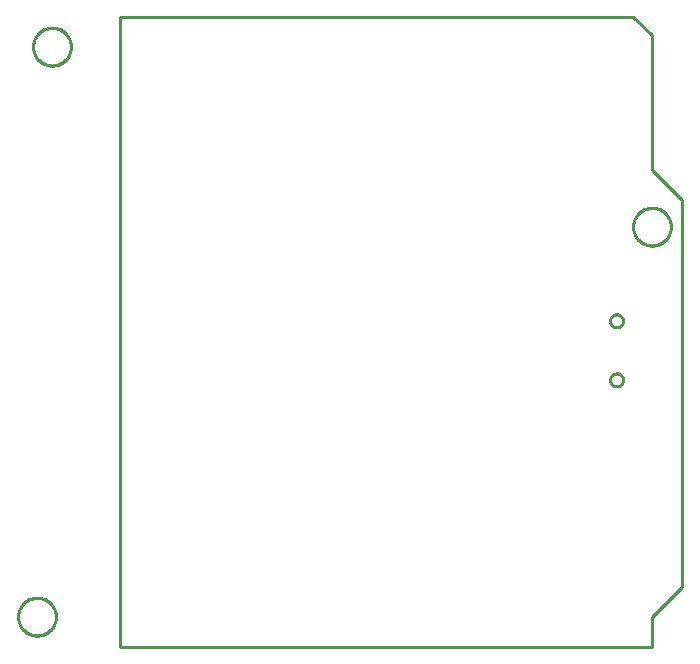
<source format=gbr>
G04 EAGLE Gerber RS-274X export*
G75*
%MOMM*%
%FSLAX34Y34*%
%LPD*%
%IN*%
%IPPOS*%
%AMOC8*
5,1,8,0,0,1.08239X$1,22.5*%
G01*
%ADD10C,0.254000*%


D10*
X0Y0D02*
X450850Y0D01*
X450850Y25400D01*
X476250Y50800D01*
X476250Y377825D01*
X450850Y403225D01*
X450850Y517525D01*
X434975Y533400D01*
X0Y533400D01*
X0Y0D01*
X-41150Y507476D02*
X-41219Y506431D01*
X-41355Y505392D01*
X-41560Y504365D01*
X-41831Y503353D01*
X-42167Y502361D01*
X-42568Y501393D01*
X-43032Y500454D01*
X-43556Y499546D01*
X-44138Y498675D01*
X-44775Y497844D01*
X-45466Y497057D01*
X-46207Y496316D01*
X-46994Y495625D01*
X-47825Y494988D01*
X-48696Y494406D01*
X-49604Y493882D01*
X-50543Y493418D01*
X-51511Y493017D01*
X-52503Y492681D01*
X-53515Y492410D01*
X-54542Y492205D01*
X-55581Y492069D01*
X-56626Y492000D01*
X-57674Y492000D01*
X-58719Y492069D01*
X-59758Y492205D01*
X-60785Y492410D01*
X-61797Y492681D01*
X-62789Y493017D01*
X-63757Y493418D01*
X-64696Y493882D01*
X-65604Y494406D01*
X-66475Y494988D01*
X-67306Y495625D01*
X-68093Y496316D01*
X-68834Y497057D01*
X-69525Y497844D01*
X-70163Y498675D01*
X-70745Y499546D01*
X-71268Y500454D01*
X-71732Y501393D01*
X-72133Y502361D01*
X-72469Y503353D01*
X-72740Y504365D01*
X-72945Y505392D01*
X-73082Y506431D01*
X-73150Y507476D01*
X-73150Y508524D01*
X-73082Y509569D01*
X-72945Y510608D01*
X-72740Y511635D01*
X-72469Y512647D01*
X-72133Y513639D01*
X-71732Y514607D01*
X-71268Y515546D01*
X-70745Y516454D01*
X-70163Y517325D01*
X-69525Y518156D01*
X-68834Y518943D01*
X-68093Y519684D01*
X-67306Y520375D01*
X-66475Y521013D01*
X-65604Y521595D01*
X-64696Y522118D01*
X-63757Y522582D01*
X-62789Y522983D01*
X-61797Y523319D01*
X-60785Y523590D01*
X-59758Y523795D01*
X-58719Y523932D01*
X-57674Y524000D01*
X-56626Y524000D01*
X-55581Y523932D01*
X-54542Y523795D01*
X-53515Y523590D01*
X-52503Y523319D01*
X-51511Y522983D01*
X-50543Y522582D01*
X-49604Y522118D01*
X-48696Y521595D01*
X-47825Y521013D01*
X-46994Y520375D01*
X-46207Y519684D01*
X-45466Y518943D01*
X-44775Y518156D01*
X-44138Y517325D01*
X-43556Y516454D01*
X-43032Y515546D01*
X-42568Y514607D01*
X-42167Y513639D01*
X-41831Y512647D01*
X-41560Y511635D01*
X-41355Y510608D01*
X-41219Y509569D01*
X-41150Y508524D01*
X-41150Y507476D01*
X466850Y355076D02*
X466782Y354031D01*
X466645Y352992D01*
X466440Y351965D01*
X466169Y350953D01*
X465833Y349961D01*
X465432Y348993D01*
X464968Y348054D01*
X464445Y347146D01*
X463863Y346275D01*
X463225Y345444D01*
X462534Y344657D01*
X461793Y343916D01*
X461006Y343225D01*
X460175Y342588D01*
X459304Y342006D01*
X458396Y341482D01*
X457457Y341018D01*
X456489Y340617D01*
X455497Y340281D01*
X454485Y340010D01*
X453458Y339805D01*
X452419Y339669D01*
X451374Y339600D01*
X450326Y339600D01*
X449281Y339669D01*
X448242Y339805D01*
X447215Y340010D01*
X446203Y340281D01*
X445211Y340617D01*
X444243Y341018D01*
X443304Y341482D01*
X442396Y342006D01*
X441525Y342588D01*
X440694Y343225D01*
X439907Y343916D01*
X439166Y344657D01*
X438475Y345444D01*
X437838Y346275D01*
X437256Y347146D01*
X436732Y348054D01*
X436268Y348993D01*
X435867Y349961D01*
X435531Y350953D01*
X435260Y351965D01*
X435055Y352992D01*
X434919Y354031D01*
X434850Y355076D01*
X434850Y356124D01*
X434919Y357169D01*
X435055Y358208D01*
X435260Y359235D01*
X435531Y360247D01*
X435867Y361239D01*
X436268Y362207D01*
X436732Y363146D01*
X437256Y364054D01*
X437838Y364925D01*
X438475Y365756D01*
X439166Y366543D01*
X439907Y367284D01*
X440694Y367975D01*
X441525Y368613D01*
X442396Y369195D01*
X443304Y369718D01*
X444243Y370182D01*
X445211Y370583D01*
X446203Y370919D01*
X447215Y371190D01*
X448242Y371395D01*
X449281Y371532D01*
X450326Y371600D01*
X451374Y371600D01*
X452419Y371532D01*
X453458Y371395D01*
X454485Y371190D01*
X455497Y370919D01*
X456489Y370583D01*
X457457Y370182D01*
X458396Y369718D01*
X459304Y369195D01*
X460175Y368613D01*
X461006Y367975D01*
X461793Y367284D01*
X462534Y366543D01*
X463225Y365756D01*
X463863Y364925D01*
X464445Y364054D01*
X464968Y363146D01*
X465432Y362207D01*
X465833Y361239D01*
X466169Y360247D01*
X466440Y359235D01*
X466645Y358208D01*
X466782Y357169D01*
X466850Y356124D01*
X466850Y355076D01*
X-53850Y24876D02*
X-53919Y23831D01*
X-54055Y22792D01*
X-54260Y21765D01*
X-54531Y20753D01*
X-54867Y19761D01*
X-55268Y18793D01*
X-55732Y17854D01*
X-56256Y16946D01*
X-56838Y16075D01*
X-57475Y15244D01*
X-58166Y14457D01*
X-58907Y13716D01*
X-59694Y13025D01*
X-60525Y12388D01*
X-61396Y11806D01*
X-62304Y11282D01*
X-63243Y10818D01*
X-64211Y10417D01*
X-65203Y10081D01*
X-66215Y9810D01*
X-67242Y9605D01*
X-68281Y9469D01*
X-69326Y9400D01*
X-70374Y9400D01*
X-71419Y9469D01*
X-72458Y9605D01*
X-73485Y9810D01*
X-74497Y10081D01*
X-75489Y10417D01*
X-76457Y10818D01*
X-77396Y11282D01*
X-78304Y11806D01*
X-79175Y12388D01*
X-80006Y13025D01*
X-80793Y13716D01*
X-81534Y14457D01*
X-82225Y15244D01*
X-82863Y16075D01*
X-83445Y16946D01*
X-83968Y17854D01*
X-84432Y18793D01*
X-84833Y19761D01*
X-85169Y20753D01*
X-85440Y21765D01*
X-85645Y22792D01*
X-85782Y23831D01*
X-85850Y24876D01*
X-85850Y25924D01*
X-85782Y26969D01*
X-85645Y28008D01*
X-85440Y29035D01*
X-85169Y30047D01*
X-84833Y31039D01*
X-84432Y32007D01*
X-83968Y32946D01*
X-83445Y33854D01*
X-82863Y34725D01*
X-82225Y35556D01*
X-81534Y36343D01*
X-80793Y37084D01*
X-80006Y37775D01*
X-79175Y38413D01*
X-78304Y38995D01*
X-77396Y39518D01*
X-76457Y39982D01*
X-75489Y40383D01*
X-74497Y40719D01*
X-73485Y40990D01*
X-72458Y41195D01*
X-71419Y41332D01*
X-70374Y41400D01*
X-69326Y41400D01*
X-68281Y41332D01*
X-67242Y41195D01*
X-66215Y40990D01*
X-65203Y40719D01*
X-64211Y40383D01*
X-63243Y39982D01*
X-62304Y39518D01*
X-61396Y38995D01*
X-60525Y38413D01*
X-59694Y37775D01*
X-58907Y37084D01*
X-58166Y36343D01*
X-57475Y35556D01*
X-56838Y34725D01*
X-56256Y33854D01*
X-55732Y32946D01*
X-55268Y32007D01*
X-54867Y31039D01*
X-54531Y30047D01*
X-54260Y29035D01*
X-54055Y28008D01*
X-53919Y26969D01*
X-53850Y25924D01*
X-53850Y24876D01*
X420541Y270325D02*
X419927Y270394D01*
X419325Y270532D01*
X418742Y270736D01*
X418185Y271004D01*
X417662Y271332D01*
X417179Y271718D01*
X416743Y272154D01*
X416357Y272637D01*
X416029Y273160D01*
X415761Y273717D01*
X415557Y274300D01*
X415419Y274902D01*
X415350Y275516D01*
X415350Y276134D01*
X415419Y276748D01*
X415557Y277350D01*
X415761Y277933D01*
X416029Y278490D01*
X416357Y279013D01*
X416743Y279496D01*
X417179Y279933D01*
X417662Y280318D01*
X418185Y280646D01*
X418742Y280914D01*
X419325Y281118D01*
X419927Y281256D01*
X420541Y281325D01*
X421159Y281325D01*
X421773Y281256D01*
X422375Y281118D01*
X422958Y280914D01*
X423515Y280646D01*
X424038Y280318D01*
X424521Y279933D01*
X424958Y279496D01*
X425343Y279013D01*
X425671Y278490D01*
X425939Y277933D01*
X426143Y277350D01*
X426281Y276748D01*
X426350Y276134D01*
X426350Y275516D01*
X426281Y274902D01*
X426143Y274300D01*
X425939Y273717D01*
X425671Y273160D01*
X425343Y272637D01*
X424958Y272154D01*
X424521Y271718D01*
X424038Y271332D01*
X423515Y271004D01*
X422958Y270736D01*
X422375Y270532D01*
X421773Y270394D01*
X421159Y270325D01*
X420541Y270325D01*
X420541Y220325D02*
X419927Y220394D01*
X419325Y220532D01*
X418742Y220736D01*
X418185Y221004D01*
X417662Y221332D01*
X417179Y221718D01*
X416743Y222154D01*
X416357Y222637D01*
X416029Y223160D01*
X415761Y223717D01*
X415557Y224300D01*
X415419Y224902D01*
X415350Y225516D01*
X415350Y226134D01*
X415419Y226748D01*
X415557Y227350D01*
X415761Y227933D01*
X416029Y228490D01*
X416357Y229013D01*
X416743Y229496D01*
X417179Y229933D01*
X417662Y230318D01*
X418185Y230646D01*
X418742Y230914D01*
X419325Y231118D01*
X419927Y231256D01*
X420541Y231325D01*
X421159Y231325D01*
X421773Y231256D01*
X422375Y231118D01*
X422958Y230914D01*
X423515Y230646D01*
X424038Y230318D01*
X424521Y229933D01*
X424958Y229496D01*
X425343Y229013D01*
X425671Y228490D01*
X425939Y227933D01*
X426143Y227350D01*
X426281Y226748D01*
X426350Y226134D01*
X426350Y225516D01*
X426281Y224902D01*
X426143Y224300D01*
X425939Y223717D01*
X425671Y223160D01*
X425343Y222637D01*
X424958Y222154D01*
X424521Y221718D01*
X424038Y221332D01*
X423515Y221004D01*
X422958Y220736D01*
X422375Y220532D01*
X421773Y220394D01*
X421159Y220325D01*
X420541Y220325D01*
M02*

</source>
